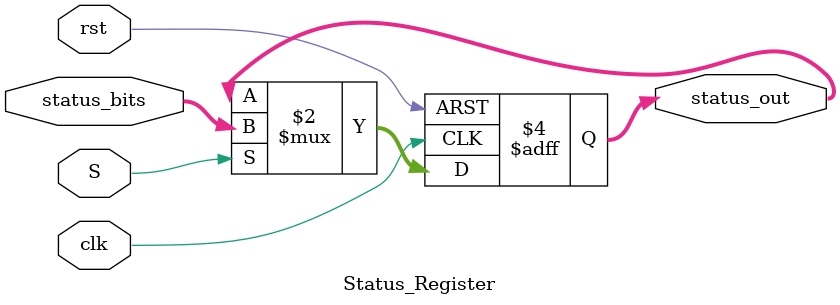
<source format=v>
module Status_Register(
input S, clk, rst,
input [3:0]status_bits,
output reg [3:0]status_out
);
always@(negedge clk, posedge rst) begin
  if(rst) begin
    status_out <= 4'd0;
  end
  else if (S) begin
    status_out <= status_bits;
  end
end
endmodule

</source>
